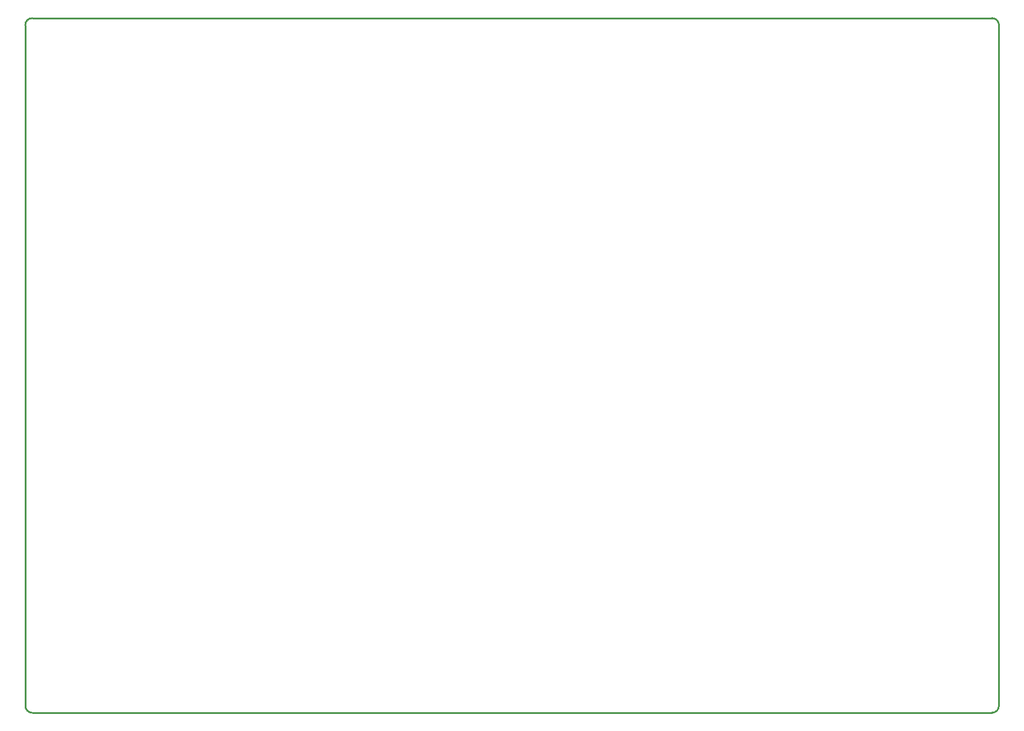
<source format=gko>
G04 Layer: BoardOutlineLayer*
G04 EasyEDA v6.5.1, 2022-06-14 18:14:27*
G04 a67cddfb3fce44daa9051d46cbbcc19f,10*
G04 Gerber Generator version 0.2*
G04 Scale: 100 percent, Rotated: No, Reflected: No *
G04 Dimensions in millimeters *
G04 leading zeros omitted , absolute positions ,4 integer and 5 decimal *
%FSLAX45Y45*%
%MOMM*%

%ADD10C,0.2540*%
D10*
X13900000Y0D02*
G01*
X99999Y0D01*
X0Y99999D02*
G01*
X0Y9900000D01*
X13999999Y9900000D02*
G01*
X13999999Y99999D01*
X99999Y10000000D02*
G01*
X13900000Y10000000D01*
G75*
G01*
X13900000Y10000000D02*
G02*
X14000000Y9900001I0J-99999D01*
G75*
G01*
X14000000Y100000D02*
G02*
X13900000Y0I-100000J0D01*
G75*
G01*
X100000Y0D02*
G02*
X0Y100000I0J100000D01*
G75*
G01*
X0Y9900001D02*
G02*
X100000Y10000000I100000J0D01*

%LPD*%
M02*

</source>
